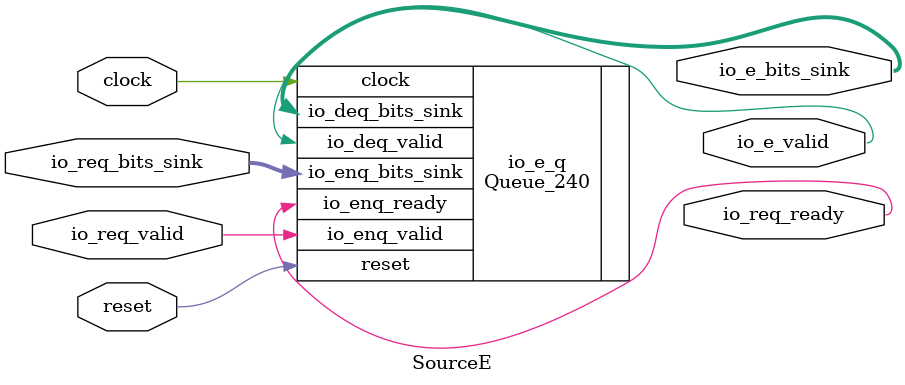
<source format=sv>
`ifndef RANDOMIZE
  `ifdef RANDOMIZE_REG_INIT
    `define RANDOMIZE
  `endif // RANDOMIZE_REG_INIT
`endif // not def RANDOMIZE
`ifndef RANDOMIZE
  `ifdef RANDOMIZE_MEM_INIT
    `define RANDOMIZE
  `endif // RANDOMIZE_MEM_INIT
`endif // not def RANDOMIZE

`ifndef RANDOM
  `define RANDOM $random
`endif // not def RANDOM

// Users can define 'PRINTF_COND' to add an extra gate to prints.
`ifndef PRINTF_COND_
  `ifdef PRINTF_COND
    `define PRINTF_COND_ (`PRINTF_COND)
  `else  // PRINTF_COND
    `define PRINTF_COND_ 1
  `endif // PRINTF_COND
`endif // not def PRINTF_COND_

// Users can define 'ASSERT_VERBOSE_COND' to add an extra gate to assert error printing.
`ifndef ASSERT_VERBOSE_COND_
  `ifdef ASSERT_VERBOSE_COND
    `define ASSERT_VERBOSE_COND_ (`ASSERT_VERBOSE_COND)
  `else  // ASSERT_VERBOSE_COND
    `define ASSERT_VERBOSE_COND_ 1
  `endif // ASSERT_VERBOSE_COND
`endif // not def ASSERT_VERBOSE_COND_

// Users can define 'STOP_COND' to add an extra gate to stop conditions.
`ifndef STOP_COND_
  `ifdef STOP_COND
    `define STOP_COND_ (`STOP_COND)
  `else  // STOP_COND
    `define STOP_COND_ 1
  `endif // STOP_COND
`endif // not def STOP_COND_

// Users can define INIT_RANDOM as general code that gets injected into the
// initializer block for modules with registers.
`ifndef INIT_RANDOM
  `define INIT_RANDOM
`endif // not def INIT_RANDOM

// If using random initialization, you can also define RANDOMIZE_DELAY to
// customize the delay used, otherwise 0.002 is used.
`ifndef RANDOMIZE_DELAY
  `define RANDOMIZE_DELAY 0.002
`endif // not def RANDOMIZE_DELAY

// Define INIT_RANDOM_PROLOG_ for use in our modules below.
`ifndef INIT_RANDOM_PROLOG_
  `ifdef RANDOMIZE
    `ifdef VERILATOR
      `define INIT_RANDOM_PROLOG_ `INIT_RANDOM
    `else  // VERILATOR
      `define INIT_RANDOM_PROLOG_ `INIT_RANDOM #`RANDOMIZE_DELAY begin end
    `endif // VERILATOR
  `else  // RANDOMIZE
    `define INIT_RANDOM_PROLOG_
  `endif // RANDOMIZE
`endif // not def INIT_RANDOM_PROLOG_

module SourceE(
  input        clock,
               reset,
               io_req_valid,
  input  [2:0] io_req_bits_sink,
  output       io_req_ready,
               io_e_valid,
  output [2:0] io_e_bits_sink
);

  Queue_240 io_e_q (	// @[Decoupled.scala:375:21]
    .clock            (clock),
    .reset            (reset),
    .io_enq_valid     (io_req_valid),
    .io_enq_bits_sink (io_req_bits_sink),
    .io_enq_ready     (io_req_ready),
    .io_deq_valid     (io_e_valid),
    .io_deq_bits_sink (io_e_bits_sink)
  );
endmodule


</source>
